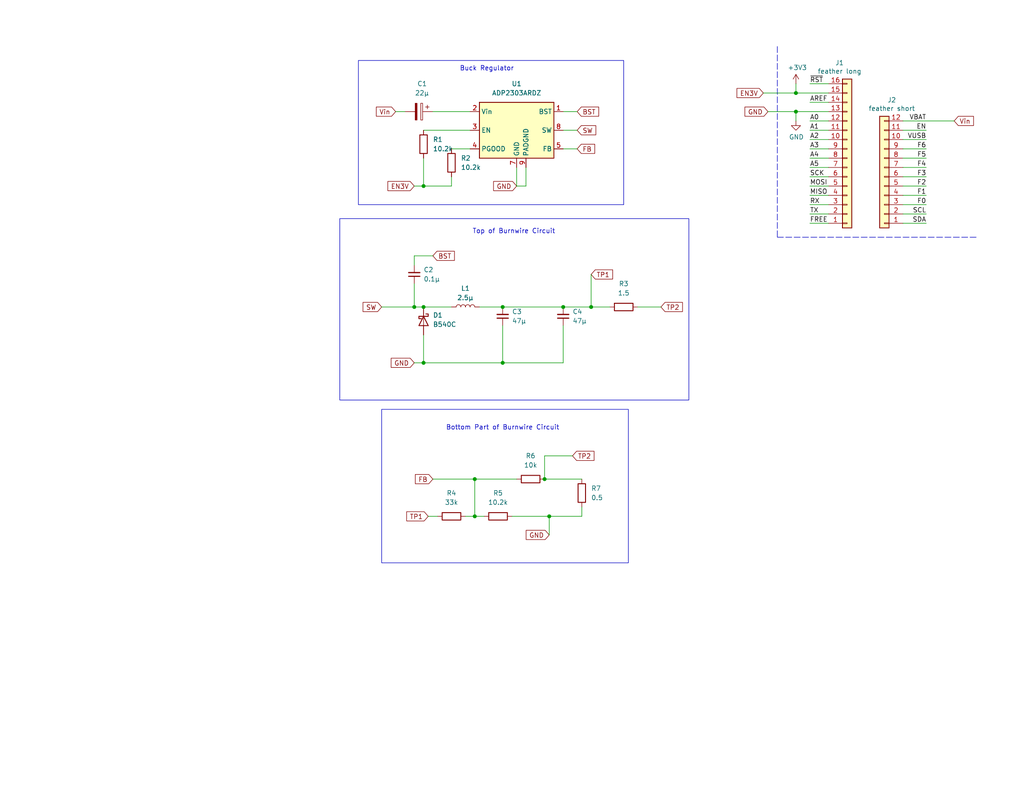
<source format=kicad_sch>
(kicad_sch (version 20231120) (generator "eeschema") (generator_version "8.0")
  (paper "USLetter")
  (lib_symbols
    (symbol "CTS-SAT-1-Burnwire-PCB-KiCad-rescue:+3.3V-power" (power) (pin_names (offset 0))
      (property "Value" "power_+3.3V" (at 0 3.556 0))
      (symbol "+3.3V-power_0_1"
        (polyline (pts (xy -0.762 1.27) (xy 0 2.54)))
        (polyline (pts (xy 0 0) (xy 0 2.54)))
        (polyline (pts (xy 0 2.54) (xy 0.762 1.27)))
      )
      (symbol "+3.3V-power_1_1"
        (pin power_in line (at 0 0 90) (length 0) hide (name "+3V3") (number "1"))
      )
    )
    (symbol "CTS-SAT-1-Burnwire-PCB-KiCad-rescue:GND-power" (power) (pin_names (offset 0))
      (property "Value" "power_GND" (at 0 -3.81 0))
      (symbol "GND-power_0_1"
        (polyline (pts (xy 0 0) (xy 0 -1.27) (xy 1.27 -1.27) (xy 0 -2.54) (xy -1.27 -1.27) (xy 0 -1.27)))
      )
      (symbol "GND-power_1_1"
        (pin power_in line (at 0 0 270) (length 0) hide (name "GND") (number "1"))
      )
    )
    (symbol "Connector_Generic:Conn_01x12" (pin_names (offset 1.016) hide)
      (property "Reference" "J" (at 0 15.24 0))
      (property "Value" "Conn_01x12" (at 0 -17.78 0))
      (symbol "Conn_01x12_1_1"
        (rectangle (start -1.27 -15.113) (end 0 -15.367) (stroke (width 0.1524)))
        (rectangle (start -1.27 -12.573) (end 0 -12.827) (stroke (width 0.1524)))
        (rectangle (start -1.27 -10.033) (end 0 -10.287) (stroke (width 0.1524)))
        (rectangle (start -1.27 -7.493) (end 0 -7.747) (stroke (width 0.1524)))
        (rectangle (start -1.27 -4.953) (end 0 -5.207) (stroke (width 0.1524)))
        (rectangle (start -1.27 -2.413) (end 0 -2.667) (stroke (width 0.1524)))
        (rectangle (start -1.27 0.127) (end 0 -0.127) (stroke (width 0.1524)))
        (rectangle (start -1.27 2.667) (end 0 2.413) (stroke (width 0.1524)))
        (rectangle (start -1.27 5.207) (end 0 4.953) (stroke (width 0.1524)))
        (rectangle (start -1.27 7.747) (end 0 7.493) (stroke (width 0.1524)))
        (rectangle (start -1.27 10.287) (end 0 10.033) (stroke (width 0.1524)))
        (rectangle (start -1.27 12.827) (end 0 12.573) (stroke (width 0.1524)))
        (rectangle (start -1.27 13.97) (end 1.27 -16.51) (stroke (width 0.254)) (fill (type background)))
        (pin passive line (at -5.08 12.7 0) (length 3.81) (name "Pin_1") (number "1"))
        (pin passive line (at -5.08 -10.16 0) (length 3.81) (name "Pin_10") (number "10"))
        (pin passive line (at -5.08 -12.7 0) (length 3.81) (name "Pin_11") (number "11"))
        (pin passive line (at -5.08 -15.24 0) (length 3.81) (name "Pin_12") (number "12"))
        (pin passive line (at -5.08 10.16 0) (length 3.81) (name "Pin_2") (number "2"))
        (pin passive line (at -5.08 7.62 0) (length 3.81) (name "Pin_3") (number "3"))
        (pin passive line (at -5.08 5.08 0) (length 3.81) (name "Pin_4") (number "4"))
        (pin passive line (at -5.08 2.54 0) (length 3.81) (name "Pin_5") (number "5"))
        (pin passive line (at -5.08 0 0) (length 3.81) (name "Pin_6") (number "6"))
        (pin passive line (at -5.08 -2.54 0) (length 3.81) (name "Pin_7") (number "7"))
        (pin passive line (at -5.08 -5.08 0) (length 3.81) (name "Pin_8") (number "8"))
        (pin passive line (at -5.08 -7.62 0) (length 3.81) (name "Pin_9") (number "9"))
      )
    )
    (symbol "Connector_Generic:Conn_01x16" (pin_names (offset 1.016) hide)
      (property "Reference" "J" (at 0 20.32 0))
      (property "Value" "Conn_01x16" (at 0 -22.86 0))
      (symbol "Conn_01x16_1_1"
        (rectangle (start -1.27 -20.193) (end 0 -20.447) (stroke (width 0.1524)))
        (rectangle (start -1.27 -17.653) (end 0 -17.907) (stroke (width 0.1524)))
        (rectangle (start -1.27 -15.113) (end 0 -15.367) (stroke (width 0.1524)))
        (rectangle (start -1.27 -12.573) (end 0 -12.827) (stroke (width 0.1524)))
        (rectangle (start -1.27 -10.033) (end 0 -10.287) (stroke (width 0.1524)))
        (rectangle (start -1.27 -7.493) (end 0 -7.747) (stroke (width 0.1524)))
        (rectangle (start -1.27 -4.953) (end 0 -5.207) (stroke (width 0.1524)))
        (rectangle (start -1.27 -2.413) (end 0 -2.667) (stroke (width 0.1524)))
        (rectangle (start -1.27 0.127) (end 0 -0.127) (stroke (width 0.1524)))
        (rectangle (start -1.27 2.667) (end 0 2.413) (stroke (width 0.1524)))
        (rectangle (start -1.27 5.207) (end 0 4.953) (stroke (width 0.1524)))
        (rectangle (start -1.27 7.747) (end 0 7.493) (stroke (width 0.1524)))
        (rectangle (start -1.27 10.287) (end 0 10.033) (stroke (width 0.1524)))
        (rectangle (start -1.27 12.827) (end 0 12.573) (stroke (width 0.1524)))
        (rectangle (start -1.27 15.367) (end 0 15.113) (stroke (width 0.1524)))
        (rectangle (start -1.27 17.907) (end 0 17.653) (stroke (width 0.1524)))
        (rectangle (start -1.27 19.05) (end 1.27 -21.59) (stroke (width 0.254)) (fill (type background)))
        (pin passive line (at -5.08 17.78 0) (length 3.81) (name "Pin_1") (number "1"))
        (pin passive line (at -5.08 -5.08 0) (length 3.81) (name "Pin_10") (number "10"))
        (pin passive line (at -5.08 -7.62 0) (length 3.81) (name "Pin_11") (number "11"))
        (pin passive line (at -5.08 -10.16 0) (length 3.81) (name "Pin_12") (number "12"))
        (pin passive line (at -5.08 -12.7 0) (length 3.81) (name "Pin_13") (number "13"))
        (pin passive line (at -5.08 -15.24 0) (length 3.81) (name "Pin_14") (number "14"))
        (pin passive line (at -5.08 -17.78 0) (length 3.81) (name "Pin_15") (number "15"))
        (pin passive line (at -5.08 -20.32 0) (length 3.81) (name "Pin_16") (number "16"))
        (pin passive line (at -5.08 15.24 0) (length 3.81) (name "Pin_2") (number "2"))
        (pin passive line (at -5.08 12.7 0) (length 3.81) (name "Pin_3") (number "3"))
        (pin passive line (at -5.08 10.16 0) (length 3.81) (name "Pin_4") (number "4"))
        (pin passive line (at -5.08 7.62 0) (length 3.81) (name "Pin_5") (number "5"))
        (pin passive line (at -5.08 5.08 0) (length 3.81) (name "Pin_6") (number "6"))
        (pin passive line (at -5.08 2.54 0) (length 3.81) (name "Pin_7") (number "7"))
        (pin passive line (at -5.08 0 0) (length 3.81) (name "Pin_8") (number "8"))
        (pin passive line (at -5.08 -2.54 0) (length 3.81) (name "Pin_9") (number "9"))
      )
    )
    (symbol "Device:C_Polarized" (pin_numbers hide) (pin_names (offset 0.254))
      (property "Reference" "C" (at 0.635 2.54 0))
      (property "Value" "C_Polarized" (at 0.635 -2.54 0))
      (symbol "C_Polarized_0_1"
        (rectangle (start -2.286 0.508) (end 2.286 1.016))
        (polyline (pts (xy -1.778 2.286) (xy -0.762 2.286)))
        (polyline (pts (xy -1.27 2.794) (xy -1.27 1.778)))
        (rectangle (start 2.286 -0.508) (end -2.286 -1.016) (fill (type outline)))
      )
      (symbol "C_Polarized_1_1"
        (pin passive line (at 0 3.81 270) (length 2.794) (name "~") (number "1"))
        (pin passive line (at 0 -3.81 90) (length 2.794) (name "~") (number "2"))
      )
    )
    (symbol "Device:C_Small" (pin_numbers hide) (pin_names (offset 0.254) hide)
      (property "Reference" "C" (at 0.254 1.778 0))
      (property "Value" "C_Small" (at 0.254 -2.032 0))
      (symbol "C_Small_0_1"
        (polyline (pts (xy -1.524 -0.508) (xy 1.524 -0.508)) (stroke (width 0.3302)))
        (polyline (pts (xy -1.524 0.508) (xy 1.524 0.508)) (stroke (width 0.3048)))
      )
      (symbol "C_Small_1_1"
        (pin passive line (at 0 2.54 270) (length 2.032) (name "~") (number "1"))
        (pin passive line (at 0 -2.54 90) (length 2.032) (name "~") (number "2"))
      )
    )
    (symbol "Device:D_Schottky" (pin_numbers hide) (pin_names (offset 1.016) hide)
      (property "Reference" "D" (at 0 2.54 0))
      (property "Value" "D_Schottky" (at 0 -2.54 0))
      (symbol "D_Schottky_0_1"
        (polyline (pts (xy 1.27 0) (xy -1.27 0)))
        (polyline (pts (xy 1.27 1.27) (xy 1.27 -1.27) (xy -1.27 0) (xy 1.27 1.27)) (stroke (width 0.254)))
        (polyline (pts (xy -1.905 0.635) (xy -1.905 1.27) (xy -1.27 1.27) (xy -1.27 -1.27) (xy -0.635 -1.27) (xy -0.635 -0.635)) (stroke (width 0.254)))
      )
      (symbol "D_Schottky_1_1"
        (pin passive line (at -3.81 0 0) (length 2.54) (name "K") (number "1"))
        (pin passive line (at 3.81 0 180) (length 2.54) (name "A") (number "2"))
      )
    )
    (symbol "Device:L" (pin_numbers hide) (pin_names (offset 1.016) hide)
      (property "Reference" "L" (at -1.27 0 90))
      (property "Value" "L" (at 1.905 0 90))
      (symbol "L_0_1"
        (arc (start 0 -2.54) (mid 0.6323 -1.905) (end 0 -1.27))
        (arc (start 0 -1.27) (mid 0.6323 -0.635) (end 0 0))
        (arc (start 0 0) (mid 0.6323 0.635) (end 0 1.27))
        (arc (start 0 1.27) (mid 0.6323 1.905) (end 0 2.54))
      )
      (symbol "L_1_1"
        (pin passive line (at 0 3.81 270) (length 1.27) (name "1") (number "1"))
        (pin passive line (at 0 -3.81 90) (length 1.27) (name "2") (number "2"))
      )
    )
    (symbol "Device:R" (pin_numbers hide) (pin_names (offset 0))
      (property "Reference" "R" (at 2.032 0 90))
      (property "Value" "R" (at 0 0 90))
      (symbol "R_0_1"
        (rectangle (start -1.016 -2.54) (end 1.016 2.54) (stroke (width 0.254)))
      )
      (symbol "R_1_1"
        (pin passive line (at 0 3.81 270) (length 1.27) (name "~") (number "1"))
        (pin passive line (at 0 -3.81 90) (length 1.27) (name "~") (number "2"))
      )
    )
    (symbol "Regulator_Switching:ADP2303ARDZ"
      (property "Reference" "U" (at -10.16 8.89 0))
      (property "Value" "ADP2303ARDZ" (at -3.81 8.89 0))
      (symbol "ADP2303ARDZ_0_1"
        (rectangle (start -10.16 7.62) (end 10.16 -7.62) (stroke (width 0.254)) (fill (type background)))
      )
      (symbol "ADP2303ARDZ_1_1"
        (pin input line (at 12.7 5.08 180) (length 2.54) (name "BST") (number "1"))
        (pin power_in line (at -12.7 5.08 0) (length 2.54) (name "Vin") (number "2"))
        (pin input line (at -12.7 0 0) (length 2.54) (name "EN") (number "3"))
        (pin output line (at -12.7 -5.08 0) (length 2.54) (name "PGOOD") (number "4"))
        (pin input line (at 12.7 -5.08 180) (length 2.54) (name "FB") (number "5"))
        (pin no_connect line (at -10.16 2.54 0) (length 2.54) hide (name "NC") (number "6"))
        (pin power_in line (at 0 -10.16 90) (length 2.54) (name "GND") (number "7"))
        (pin power_out line (at 12.7 0 180) (length 2.54) (name "SW") (number "8"))
        (pin power_in line (at 2.54 -10.16 90) (length 2.54) (name "PADGND") (number "9"))
      )
    )
  )
  (junction (at 137.16 83.82))
  (junction (at 115.57 83.82))
  (junction (at 115.57 50.8))
  (junction (at 148.59 130.81))
  (junction (at 153.67 83.82))
  (junction (at 113.03 83.82))
  (junction (at 217.17 30.48))
  (junction (at 129.54 130.81))
  (junction (at 137.16 99.06))
  (junction (at 161.29 83.82))
  (junction (at 129.54 140.97))
  (junction (at 115.57 99.06))
  (junction (at 217.17 25.4))
  (junction (at 149.86 140.97))
  (wire (pts (xy 246.38 58.42) (xy 252.73 58.42)))
  (wire (pts (xy 220.98 53.34) (xy 226.06 53.34)))
  (wire (pts (xy 246.38 48.26) (xy 252.73 48.26)))
  (wire (pts (xy 153.67 35.56) (xy 157.48 35.56)))
  (wire (pts (xy 129.54 130.81) (xy 140.97 130.81)))
  (wire (pts (xy 153.67 30.48) (xy 157.48 30.48)))
  (wire (pts (xy 123.19 48.26) (xy 123.19 50.8)))
  (wire (pts (xy 246.38 33.02) (xy 260.35 33.02)))
  (wire (pts (xy 115.57 50.8) (xy 123.19 50.8)))
  (wire (pts (xy 220.98 60.96) (xy 226.06 60.96)))
  (wire (pts (xy 220.98 35.56) (xy 226.06 35.56)))
  (polyline (pts (xy 212.09 64.77) (xy 266.7 64.77)) (stroke (width 0) (type dash)))
  (wire (pts (xy 149.86 140.97) (xy 149.86 146.05)))
  (wire (pts (xy 115.57 83.82) (xy 123.19 83.82)))
  (wire (pts (xy 209.55 30.48) (xy 217.17 30.48)))
  (wire (pts (xy 113.03 83.82) (xy 115.57 83.82)))
  (wire (pts (xy 220.98 58.42) (xy 226.06 58.42)))
  (wire (pts (xy 140.97 45.72) (xy 140.97 50.8)))
  (wire (pts (xy 220.98 22.86) (xy 226.06 22.86)))
  (wire (pts (xy 217.17 25.4) (xy 226.06 25.4)))
  (wire (pts (xy 220.98 43.18) (xy 226.06 43.18)))
  (wire (pts (xy 246.38 45.72) (xy 252.73 45.72)))
  (wire (pts (xy 137.16 99.06) (xy 153.67 99.06)))
  (wire (pts (xy 115.57 91.44) (xy 115.57 99.06)))
  (wire (pts (xy 149.86 140.97) (xy 158.75 140.97)))
  (wire (pts (xy 220.98 38.1) (xy 226.06 38.1)))
  (wire (pts (xy 220.98 33.02) (xy 226.06 33.02)))
  (wire (pts (xy 118.11 130.81) (xy 129.54 130.81)))
  (wire (pts (xy 137.16 83.82) (xy 153.67 83.82)))
  (wire (pts (xy 246.38 40.64) (xy 252.73 40.64)))
  (wire (pts (xy 153.67 83.82) (xy 161.29 83.82)))
  (wire (pts (xy 246.38 38.1) (xy 252.73 38.1)))
  (wire (pts (xy 139.7 140.97) (xy 149.86 140.97)))
  (wire (pts (xy 246.38 60.96) (xy 252.73 60.96)))
  (polyline (pts (xy 212.09 12.7) (xy 212.09 64.77)) (stroke (width 0) (type dash)))
  (wire (pts (xy 217.17 33.02) (xy 217.17 30.48)))
  (wire (pts (xy 129.54 140.97) (xy 132.08 140.97)))
  (wire (pts (xy 153.67 40.64) (xy 157.48 40.64)))
  (wire (pts (xy 217.17 22.86) (xy 217.17 25.4)))
  (wire (pts (xy 246.38 43.18) (xy 252.73 43.18)))
  (wire (pts (xy 104.14 83.82) (xy 113.03 83.82)))
  (wire (pts (xy 220.98 27.94) (xy 226.06 27.94)))
  (wire (pts (xy 113.03 50.8) (xy 115.57 50.8)))
  (wire (pts (xy 137.16 88.9) (xy 137.16 99.06)))
  (wire (pts (xy 153.67 88.9) (xy 153.67 99.06)))
  (wire (pts (xy 115.57 35.56) (xy 128.27 35.56)))
  (wire (pts (xy 148.59 130.81) (xy 158.75 130.81)))
  (wire (pts (xy 148.59 124.46) (xy 156.21 124.46)))
  (wire (pts (xy 217.17 30.48) (xy 226.06 30.48)))
  (wire (pts (xy 123.19 40.64) (xy 128.27 40.64)))
  (wire (pts (xy 220.98 48.26) (xy 226.06 48.26)))
  (wire (pts (xy 246.38 35.56) (xy 252.73 35.56)))
  (wire (pts (xy 161.29 74.93) (xy 161.29 83.82)))
  (wire (pts (xy 118.11 30.48) (xy 128.27 30.48)))
  (wire (pts (xy 220.98 55.88) (xy 226.06 55.88)))
  (wire (pts (xy 113.03 99.06) (xy 115.57 99.06)))
  (wire (pts (xy 130.81 83.82) (xy 137.16 83.82)))
  (wire (pts (xy 127 140.97) (xy 129.54 140.97)))
  (wire (pts (xy 115.57 43.18) (xy 115.57 50.8)))
  (wire (pts (xy 148.59 130.81) (xy 148.59 124.46)))
  (wire (pts (xy 113.03 77.47) (xy 113.03 83.82)))
  (wire (pts (xy 115.57 99.06) (xy 137.16 99.06)))
  (wire (pts (xy 116.84 140.97) (xy 119.38 140.97)))
  (wire (pts (xy 220.98 45.72) (xy 226.06 45.72)))
  (wire (pts (xy 140.97 50.8) (xy 143.51 50.8)))
  (wire (pts (xy 129.54 140.97) (xy 129.54 130.81)))
  (wire (pts (xy 113.03 69.85) (xy 118.11 69.85)))
  (wire (pts (xy 107.95 30.48) (xy 110.49 30.48)))
  (wire (pts (xy 158.75 138.43) (xy 158.75 140.97)))
  (wire (pts (xy 220.98 50.8) (xy 226.06 50.8)))
  (wire (pts (xy 161.29 83.82) (xy 166.37 83.82)))
  (wire (pts (xy 246.38 55.88) (xy 252.73 55.88)))
  (wire (pts (xy 143.51 45.72) (xy 143.51 50.8)))
  (wire (pts (xy 246.38 50.8) (xy 252.73 50.8)))
  (wire (pts (xy 246.38 53.34) (xy 252.73 53.34)))
  (wire (pts (xy 208.28 25.4) (xy 217.17 25.4)))
  (wire (pts (xy 173.99 83.82) (xy 180.34 83.82)))
  (wire (pts (xy 113.03 72.39) (xy 113.03 69.85)))
  (wire (pts (xy 220.98 40.64) (xy 226.06 40.64)))
  (rectangle (start 97.79 16.51) (end 170.18 55.88))
  (rectangle (start 104.14 111.76) (end 171.45 153.67))
  (rectangle (start 92.71 59.69) (end 187.96 109.22))
  (text "Top of Burnwire Circuit" (at 140.208 63.246 0) (effects (font (size 1.27 1.27))))
  (text "Bottom Part of Burnwire Circuit" (at 137.16 116.84 0) (effects (font (size 1.27 1.27))))
  (text "Buck Regulator\n" (at 132.842 18.796 0) (effects (font (size 1.27 1.27))))
  (label "A4" (at 220.98 43.18 0))
  (label "EN" (at 252.73 35.56 180))
  (label "A2" (at 220.98 38.1 0))
  (label "F4" (at 252.73 45.72 180))
  (label "TX" (at 220.98 58.42 0))
  (label "F6" (at 252.73 40.64 180))
  (label "A3" (at 220.98 40.64 0))
  (label "A0" (at 220.98 33.02 0))
  (label "~{RST}" (at 220.98 22.86 0))
  (label "F3" (at 252.73 48.26 180))
  (label "VBAT" (at 252.73 33.02 180))
  (label "F1" (at 252.73 53.34 180))
  (label "VUSB" (at 252.73 38.1 180))
  (label "SCK" (at 220.98 48.26 0))
  (label "A5" (at 220.98 45.72 0))
  (label "A1" (at 220.98 35.56 0))
  (label "F0" (at 252.73 55.88 180))
  (label "FREE" (at 220.98 60.96 0))
  (label "MOSI" (at 220.98 50.8 0))
  (label "SDA" (at 252.73 60.96 180))
  (label "RX" (at 220.98 55.88 0))
  (label "AREF" (at 220.98 27.94 0))
  (label "MISO" (at 220.98 53.34 0))
  (label "F2" (at 252.73 50.8 180))
  (label "SCL" (at 252.73 58.42 180))
  (label "F5" (at 252.73 43.18 180))
  (global_label "SW" (shape input) (at 157.48 35.56 0) (property "Intersheetrefs" "${INTERSHEET_REFS}" (effects (hide yes))))
  (global_label "Vin" (shape input) (at 107.95 30.48 180) (property "Intersheetrefs" "${INTERSHEET_REFS}" (effects (hide yes))))
  (global_label "BST" (shape input) (at 118.11 69.85 0) (property "Intersheetrefs" "${INTERSHEET_REFS}" (effects (hide yes))))
  (global_label "GND" (shape input) (at 113.03 99.06 180) (property "Intersheetrefs" "${INTERSHEET_REFS}" (effects (hide yes))))
  (global_label "FB" (shape input) (at 157.48 40.64 0) (property "Intersheetrefs" "${INTERSHEET_REFS}" (effects (hide yes))))
  (global_label "EN3V" (shape input) (at 208.28 25.4 180) (property "Intersheetrefs" "${INTERSHEET_REFS}" (effects (hide yes))))
  (global_label "TP1" (shape input) (at 161.29 74.93 0) (property "Intersheetrefs" "${INTERSHEET_REFS}" (effects (hide yes))))
  (global_label "Vin" (shape input) (at 260.35 33.02 0) (property "Intersheetrefs" "${INTERSHEET_REFS}" (effects (hide yes))))
  (global_label "GND" (shape input) (at 140.97 50.8 180) (property "Intersheetrefs" "${INTERSHEET_REFS}" (effects (hide yes))))
  (global_label "TP2" (shape input) (at 180.34 83.82 0) (property "Intersheetrefs" "${INTERSHEET_REFS}" (effects (hide yes))))
  (global_label "TP1" (shape input) (at 116.84 140.97 180) (property "Intersheetrefs" "${INTERSHEET_REFS}" (effects (hide yes))))
  (global_label "FB" (shape input) (at 118.11 130.81 180) (property "Intersheetrefs" "${INTERSHEET_REFS}" (effects (hide yes))))
  (global_label "BST" (shape input) (at 157.48 30.48 0) (property "Intersheetrefs" "${INTERSHEET_REFS}" (effects (hide yes))))
  (global_label "TP2" (shape input) (at 156.21 124.46 0) (property "Intersheetrefs" "${INTERSHEET_REFS}" (effects (hide yes))))
  (global_label "GND" (shape input) (at 209.55 30.48 180) (property "Intersheetrefs" "${INTERSHEET_REFS}" (effects (hide yes))))
  (global_label "EN3V" (shape input) (at 113.03 50.8 180) (property "Intersheetrefs" "${INTERSHEET_REFS}" (effects (hide yes))))
  (global_label "GND" (shape input) (at 149.86 146.05 180) (property "Intersheetrefs" "${INTERSHEET_REFS}" (effects (hide yes))))
  (global_label "SW" (shape input) (at 104.14 83.82 180) (property "Intersheetrefs" "${INTERSHEET_REFS}" (effects (hide yes))))
  (symbol (lib_id "Connector_Generic:Conn_01x16") (at 231.14 43.18 0) (mirror x) (unit 1)
    (property "Reference" "J1" (at 229.0826 17.145 0))
    (property "Value" "feather long" (at 229.0826 19.4564 0))
    (property "Footprint" "Connector_PinHeader_2.54mm:PinHeader_1x16_P2.54mm_Vertical" (effects (hide yes)))
  )
  (symbol (lib_id "Connector_Generic:Conn_01x12") (at 241.3 48.26 180) (unit 1)
    (property "Reference" "J2" (at 243.332 27.305 0))
    (property "Value" "feather short" (at 243.332 29.6164 0))
    (property "Footprint" "Connector_PinHeader_2.54mm:PinHeader_1x12_P2.54mm_Vertical" (effects (hide yes)))
  )
  (symbol (lib_id "CTS-SAT-1-Burnwire-PCB-KiCad-rescue:+3.3V-power") (at 217.17 22.86 0) (unit 1)
    (property "Reference" "#PWR01" (effects (hide yes)))
    (property "Value" "+3V3" (at 217.551 18.4658 0))
  )
  (symbol (lib_id "CTS-SAT-1-Burnwire-PCB-KiCad-rescue:GND-power") (at 217.17 33.02 0) (unit 1)
    (property "Reference" "#PWR02" (effects (hide yes)))
    (property "Value" "GND" (at 217.297 37.4142 0))
  )
  (symbol (lib_id "Device:C_Small") (at 137.16 86.36 180) (unit 1)
    (property "Reference" "C3" (at 139.7 85.0835 0) (effects (justify right)))
    (property "Value" "47µ" (at 139.7 87.6235 0) (effects (justify right)))
    (property "Description" "Unpolarized capacitor, small symbol" (effects (hide yes)))
  )
  (symbol (lib_id "Device:R") (at 115.57 39.37 0) (unit 1)
    (property "Reference" "R1" (at 118.11 38.0999 0) (effects (justify left)))
    (property "Value" "10.2k" (at 118.11 40.6399 0) (effects (justify left)))
    (property "Description" "Resistor" (effects (hide yes)))
  )
  (symbol (lib_id "Device:R") (at 144.78 130.81 90) (unit 1)
    (property "Reference" "R6" (at 144.78 124.46 90))
    (property "Value" "10k" (at 144.78 127 90))
    (property "Description" "Resistor" (effects (hide yes)))
  )
  (symbol (lib_id "Device:R") (at 123.19 44.45 0) (unit 1)
    (property "Reference" "R2" (at 125.73 43.1799 0) (effects (justify left)))
    (property "Value" "10.2k" (at 125.73 45.7199 0) (effects (justify left)))
    (property "Description" "Resistor" (effects (hide yes)))
  )
  (symbol (lib_id "Device:D_Schottky") (at 115.57 87.63 270) (unit 1)
    (property "Reference" "D1" (at 118.11 86.0424 90) (effects (justify left)))
    (property "Value" "B540C" (at 118.11 88.5824 90) (effects (justify left)))
    (property "Description" "Schottky diode" (effects (hide yes)))
  )
  (symbol (lib_id "Device:R") (at 158.75 134.62 0) (unit 1)
    (property "Reference" "R7" (at 161.29 133.3499 0) (effects (justify left)))
    (property "Value" "0.5" (at 161.29 135.8899 0) (effects (justify left)))
    (property "Description" "Resistor" (effects (hide yes)))
  )
  (symbol (lib_id "Device:R") (at 135.89 140.97 90) (unit 1)
    (property "Reference" "R5" (at 135.89 134.62 90))
    (property "Value" "10.2k" (at 135.89 137.16 90))
    (property "Description" "Resistor" (effects (hide yes)))
  )
  (symbol (lib_id "Device:C_Small") (at 113.03 74.93 180) (unit 1)
    (property "Reference" "C2" (at 115.57 73.6535 0) (effects (justify right)))
    (property "Value" "0.1µ" (at 115.57 76.1935 0) (effects (justify right)))
    (property "Description" "Unpolarized capacitor, small symbol" (effects (hide yes)))
  )
  (symbol (lib_id "Regulator_Switching:ADP2303ARDZ") (at 140.97 35.56 0) (unit 1)
    (property "Reference" "U1" (at 140.97 22.86 0))
    (property "Value" "ADP2303ARDZ" (at 140.97 25.4 0))
    (property "Footprint" "Package_SO:SOIC-8-1EP_3.9x4.9mm_P1.27mm_EP2.29x3mm" (effects (hide yes)))
    (property "Datasheet" "https://www.analog.com/media/en/technical-documentation/data-sheets/ADP2302_2303.pdf" (effects (hide yes)))
    (property "Description" "Nonsynchronous Step-Down Regulator 3 Amp Vout Adjustable SOIC-8" (effects (hide yes)))
  )
  (symbol (lib_id "Device:C_Polarized") (at 114.3 30.48 270) (unit 1)
    (property "Reference" "C1" (at 115.189 22.86 90))
    (property "Value" "22µ" (at 115.189 25.4 90))
    (property "Description" "Polarized capacitor" (effects (hide yes)))
  )
  (symbol (lib_id "Device:R") (at 123.19 140.97 90) (unit 1)
    (property "Reference" "R4" (at 123.19 134.62 90))
    (property "Value" "33k" (at 123.19 137.16 90))
    (property "Description" "Resistor" (effects (hide yes)))
  )
  (symbol (lib_id "Device:C_Small") (at 153.67 86.36 180) (unit 1)
    (property "Reference" "C4" (at 156.21 85.0835 0) (effects (justify right)))
    (property "Value" "47µ" (at 156.21 87.6235 0) (effects (justify right)))
    (property "Description" "Unpolarized capacitor, small symbol" (effects (hide yes)))
  )
  (symbol (lib_id "Device:L") (at 127 83.82 90) (unit 1)
    (property "Reference" "L1" (at 127 78.74 90))
    (property "Value" "2.5µ" (at 127 81.28 90))
    (property "Description" "Inductor" (effects (hide yes)))
  )
  (symbol (lib_id "Device:R") (at 170.18 83.82 90) (unit 1)
    (property "Reference" "R3" (at 170.18 77.47 90))
    (property "Value" "1.5" (at 170.18 80.01 90))
    (property "Description" "Resistor" (effects (hide yes)))
  )
)
</source>
